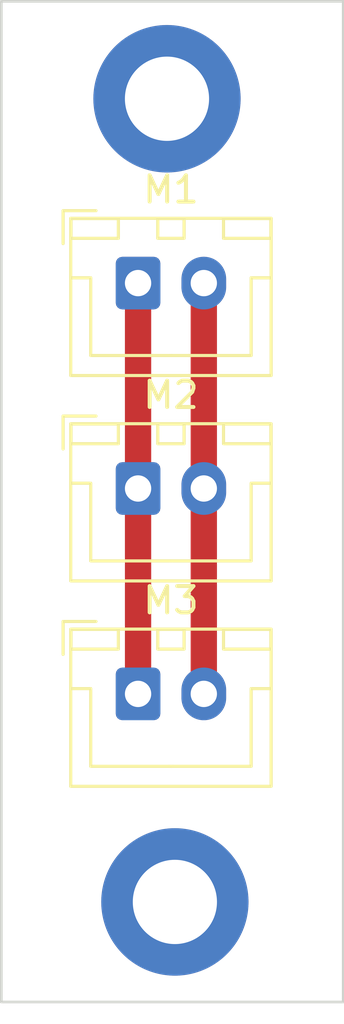
<source format=kicad_pcb>
(kicad_pcb (version 20221018) (generator pcbnew)
  (layers (0 "F.Cu" signal) (31 "B.Cu" signal) (34 "B.Paste" user) (35 "F.Paste" user) (36 "B.SilkS" user "B.Silkscreen") (37 "F.SilkS" user "F.Silkscreen") (38 "B.Mask" user) (39 "F.Mask" user) (44 "Edge.Cuts" user))
  (net 0 "")
  (net 1 "Net-(M1-+)")
  (net 2 "Net-(M1--)")
  (footprint "Connector_JST:JST_XH_B2B-XH-A_1x02_P2.50mm_Vertical" (layer "F.Cu") (at 59 62.3)
    (fp_text reference "M3" (at 1.25 -3.55) (layer "F.SilkS"))
    (fp_text value "Fan")
    (fp_line (start -2.85 -2.75) (end -2.85 -1.5) (stroke (width 0.12)) (layer "F.SilkS"))
    (fp_line (start -2.56 -2.46) (end -2.56 3.51) (stroke (width 0.12)) (layer "F.SilkS"))
    (fp_line (start -2.56 3.51) (end 5.06 3.51) (stroke (width 0.12)) (layer "F.SilkS"))
    (fp_line (start -2.55 -2.45) (end -2.55 -1.7) (stroke (width 0.12)) (layer "F.SilkS"))
    (fp_line (start -2.55 -1.7) (end -0.75 -1.7) (stroke (width 0.12)) (layer "F.SilkS"))
    (fp_line (start -2.55 -0.2) (end -1.8 -0.2) (stroke (width 0.12)) (layer "F.SilkS"))
    (fp_line (start -1.8 -0.2) (end -1.8 2.75) (stroke (width 0.12)) (layer "F.SilkS"))
    (fp_line (start -1.8 2.75) (end 1.25 2.75) (stroke (width 0.12)) (layer "F.SilkS"))
    (fp_line (start -1.6 -2.75) (end -2.85 -2.75) (stroke (width 0.12)) (layer "F.SilkS"))
    (fp_line (start -0.75 -2.45) (end -2.55 -2.45) (stroke (width 0.12)) (layer "F.SilkS"))
    (fp_line (start -0.75 -1.7) (end -0.75 -2.45) (stroke (width 0.12)) (layer "F.SilkS"))
    (fp_line (start 0.75 -2.45) (end 0.75 -1.7) (stroke (width 0.12)) (layer "F.SilkS"))
    (fp_line (start 0.75 -1.7) (end 1.75 -1.7) (stroke (width 0.12)) (layer "F.SilkS"))
    (fp_line (start 1.75 -2.45) (end 0.75 -2.45) (stroke (width 0.12)) (layer "F.SilkS"))
    (fp_line (start 1.75 -1.7) (end 1.75 -2.45) (stroke (width 0.12)) (layer "F.SilkS"))
    (fp_line (start 3.25 -2.45) (end 3.25 -1.7) (stroke (width 0.12)) (layer "F.SilkS"))
    (fp_line (start 3.25 -1.7) (end 5.05 -1.7) (stroke (width 0.12)) (layer "F.SilkS"))
    (fp_line (start 4.3 -0.2) (end 4.3 2.75) (stroke (width 0.12)) (layer "F.SilkS"))
    (fp_line (start 4.3 2.75) (end 1.25 2.75) (stroke (width 0.12)) (layer "F.SilkS"))
    (fp_line (start 5.05 -2.45) (end 3.25 -2.45) (stroke (width 0.12)) (layer "F.SilkS"))
    (fp_line (start 5.05 -1.7) (end 5.05 -2.45) (stroke (width 0.12)) (layer "F.SilkS"))
    (fp_line (start 5.05 -0.2) (end 4.3 -0.2) (stroke (width 0.12)) (layer "F.SilkS"))
    (fp_line (start 5.06 -2.46) (end -2.56 -2.46) (stroke (width 0.12)) (layer "F.SilkS"))
    (fp_line (start 5.06 3.51) (end 5.06 -2.46) (stroke (width 0.12)) (layer "F.SilkS"))
    (pad "1" thru_hole roundrect (at 0 0) (size 1.7 2) (drill 1) (layers "*.Cu" "*.Mask") (roundrect_rratio 0.147059) (net 1 "Net-(M1-+)"))
    (pad "2" thru_hole oval (at 2.5 0) (size 1.7 2) (drill 1) (layers "*.Cu" "*.Mask") (net 2 "Net-(M1--)"))
  )
  (footprint "MountingHole:MountingHole_3.2mm_M3_DIN965_Pad" (layer "F.Cu") (at 60.1 39.7)
    (fp_text reference "H1" hide)
    (fp_text value "MountingHole")
    (pad "1" thru_hole circle (at 0 0) (size 5.6 5.6) (drill 3.2) (layers "*.Cu" "*.Mask"))
  )
  (footprint "Connector_JST:JST_XH_B2B-XH-A_1x02_P2.50mm_Vertical" (layer "F.Cu") (at 59 46.7)
    (fp_text reference "M1" (at 1.25 -3.55) (layer "F.SilkS"))
    (fp_text value "Fan")
    (fp_line (start -2.85 -2.75) (end -2.85 -1.5) (stroke (width 0.12)) (layer "F.SilkS"))
    (fp_line (start -2.56 -2.46) (end -2.56 3.51) (stroke (width 0.12)) (layer "F.SilkS"))
    (fp_line (start -2.56 3.51) (end 5.06 3.51) (stroke (width 0.12)) (layer "F.SilkS"))
    (fp_line (start -2.55 -2.45) (end -2.55 -1.7) (stroke (width 0.12)) (layer "F.SilkS"))
    (fp_line (start -2.55 -1.7) (end -0.75 -1.7) (stroke (width 0.12)) (layer "F.SilkS"))
    (fp_line (start -2.55 -0.2) (end -1.8 -0.2) (stroke (width 0.12)) (layer "F.SilkS"))
    (fp_line (start -1.8 -0.2) (end -1.8 2.75) (stroke (width 0.12)) (layer "F.SilkS"))
    (fp_line (start -1.8 2.75) (end 1.25 2.75) (stroke (width 0.12)) (layer "F.SilkS"))
    (fp_line (start -1.6 -2.75) (end -2.85 -2.75) (stroke (width 0.12)) (layer "F.SilkS"))
    (fp_line (start -0.75 -2.45) (end -2.55 -2.45) (stroke (width 0.12)) (layer "F.SilkS"))
    (fp_line (start -0.75 -1.7) (end -0.75 -2.45) (stroke (width 0.12)) (layer "F.SilkS"))
    (fp_line (start 0.75 -2.45) (end 0.75 -1.7) (stroke (width 0.12)) (layer "F.SilkS"))
    (fp_line (start 0.75 -1.7) (end 1.75 -1.7) (stroke (width 0.12)) (layer "F.SilkS"))
    (fp_line (start 1.75 -2.45) (end 0.75 -2.45) (stroke (width 0.12)) (layer "F.SilkS"))
    (fp_line (start 1.75 -1.7) (end 1.75 -2.45) (stroke (width 0.12)) (layer "F.SilkS"))
    (fp_line (start 3.25 -2.45) (end 3.25 -1.7) (stroke (width 0.12)) (layer "F.SilkS"))
    (fp_line (start 3.25 -1.7) (end 5.05 -1.7) (stroke (width 0.12)) (layer "F.SilkS"))
    (fp_line (start 4.3 -0.2) (end 4.3 2.75) (stroke (width 0.12)) (layer "F.SilkS"))
    (fp_line (start 4.3 2.75) (end 1.25 2.75) (stroke (width 0.12)) (layer "F.SilkS"))
    (fp_line (start 5.05 -2.45) (end 3.25 -2.45) (stroke (width 0.12)) (layer "F.SilkS"))
    (fp_line (start 5.05 -1.7) (end 5.05 -2.45) (stroke (width 0.12)) (layer "F.SilkS"))
    (fp_line (start 5.05 -0.2) (end 4.3 -0.2) (stroke (width 0.12)) (layer "F.SilkS"))
    (fp_line (start 5.06 -2.46) (end -2.56 -2.46) (stroke (width 0.12)) (layer "F.SilkS"))
    (fp_line (start 5.06 3.51) (end 5.06 -2.46) (stroke (width 0.12)) (layer "F.SilkS"))
    (pad "1" thru_hole roundrect (at 0 0) (size 1.7 2) (drill 1) (layers "*.Cu" "*.Mask") (roundrect_rratio 0.147059) (net 1 "Net-(M1-+)"))
    (pad "2" thru_hole oval (at 2.5 0) (size 1.7 2) (drill 1) (layers "*.Cu" "*.Mask") (net 2 "Net-(M1--)"))
  )
  (footprint "MountingHole:MountingHole_3.2mm_M3_DIN965_Pad" (layer "F.Cu") (at 60.4 70.2)
    (fp_text reference "H2" hide)
    (fp_text value "MountingHole")
    (pad "1" thru_hole circle (at 0 0) (size 5.6 5.6) (drill 3.2) (layers "*.Cu" "*.Mask"))
  )
  (footprint "Connector_JST:JST_XH_B2B-XH-A_1x02_P2.50mm_Vertical" (layer "F.Cu") (at 59 54.5)
    (fp_text reference "M2" (at 1.25 -3.55) (layer "F.SilkS"))
    (fp_text value "Fan")
    (fp_line (start -2.85 -2.75) (end -2.85 -1.5) (stroke (width 0.12)) (layer "F.SilkS"))
    (fp_line (start -2.56 -2.46) (end -2.56 3.51) (stroke (width 0.12)) (layer "F.SilkS"))
    (fp_line (start -2.56 3.51) (end 5.06 3.51) (stroke (width 0.12)) (layer "F.SilkS"))
    (fp_line (start -2.55 -2.45) (end -2.55 -1.7) (stroke (width 0.12)) (layer "F.SilkS"))
    (fp_line (start -2.55 -1.7) (end -0.75 -1.7) (stroke (width 0.12)) (layer "F.SilkS"))
    (fp_line (start -2.55 -0.2) (end -1.8 -0.2) (stroke (width 0.12)) (layer "F.SilkS"))
    (fp_line (start -1.8 -0.2) (end -1.8 2.75) (stroke (width 0.12)) (layer "F.SilkS"))
    (fp_line (start -1.8 2.75) (end 1.25 2.75) (stroke (width 0.12)) (layer "F.SilkS"))
    (fp_line (start -1.6 -2.75) (end -2.85 -2.75) (stroke (width 0.12)) (layer "F.SilkS"))
    (fp_line (start -0.75 -2.45) (end -2.55 -2.45) (stroke (width 0.12)) (layer "F.SilkS"))
    (fp_line (start -0.75 -1.7) (end -0.75 -2.45) (stroke (width 0.12)) (layer "F.SilkS"))
    (fp_line (start 0.75 -2.45) (end 0.75 -1.7) (stroke (width 0.12)) (layer "F.SilkS"))
    (fp_line (start 0.75 -1.7) (end 1.75 -1.7) (stroke (width 0.12)) (layer "F.SilkS"))
    (fp_line (start 1.75 -2.45) (end 0.75 -2.45) (stroke (width 0.12)) (layer "F.SilkS"))
    (fp_line (start 1.75 -1.7) (end 1.75 -2.45) (stroke (width 0.12)) (layer "F.SilkS"))
    (fp_line (start 3.25 -2.45) (end 3.25 -1.7) (stroke (width 0.12)) (layer "F.SilkS"))
    (fp_line (start 3.25 -1.7) (end 5.05 -1.7) (stroke (width 0.12)) (layer "F.SilkS"))
    (fp_line (start 4.3 -0.2) (end 4.3 2.75) (stroke (width 0.12)) (layer "F.SilkS"))
    (fp_line (start 4.3 2.75) (end 1.25 2.75) (stroke (width 0.12)) (layer "F.SilkS"))
    (fp_line (start 5.05 -2.45) (end 3.25 -2.45) (stroke (width 0.12)) (layer "F.SilkS"))
    (fp_line (start 5.05 -1.7) (end 5.05 -2.45) (stroke (width 0.12)) (layer "F.SilkS"))
    (fp_line (start 5.05 -0.2) (end 4.3 -0.2) (stroke (width 0.12)) (layer "F.SilkS"))
    (fp_line (start 5.06 -2.46) (end -2.56 -2.46) (stroke (width 0.12)) (layer "F.SilkS"))
    (fp_line (start 5.06 3.51) (end 5.06 -2.46) (stroke (width 0.12)) (layer "F.SilkS"))
    (pad "1" thru_hole roundrect (at 0 0) (size 1.7 2) (drill 1) (layers "*.Cu" "*.Mask") (roundrect_rratio 0.147059) (net 1 "Net-(M1-+)"))
    (pad "2" thru_hole oval (at 2.5 0) (size 1.7 2) (drill 1) (layers "*.Cu" "*.Mask") (net 2 "Net-(M1--)"))
  )
  (gr_rect (start 53.8 36) (end 66.8 74) (stroke (width 0.1)) (fill none) (layer "Edge.Cuts"))
  (segment (start 59 46.7) (end 59 62.3) (width 1) (layer "F.Cu") (net 1))
  (segment (start 61.5 46.7) (end 61.5 62.3) (width 1) (layer "F.Cu") (net 2))
)
</source>
